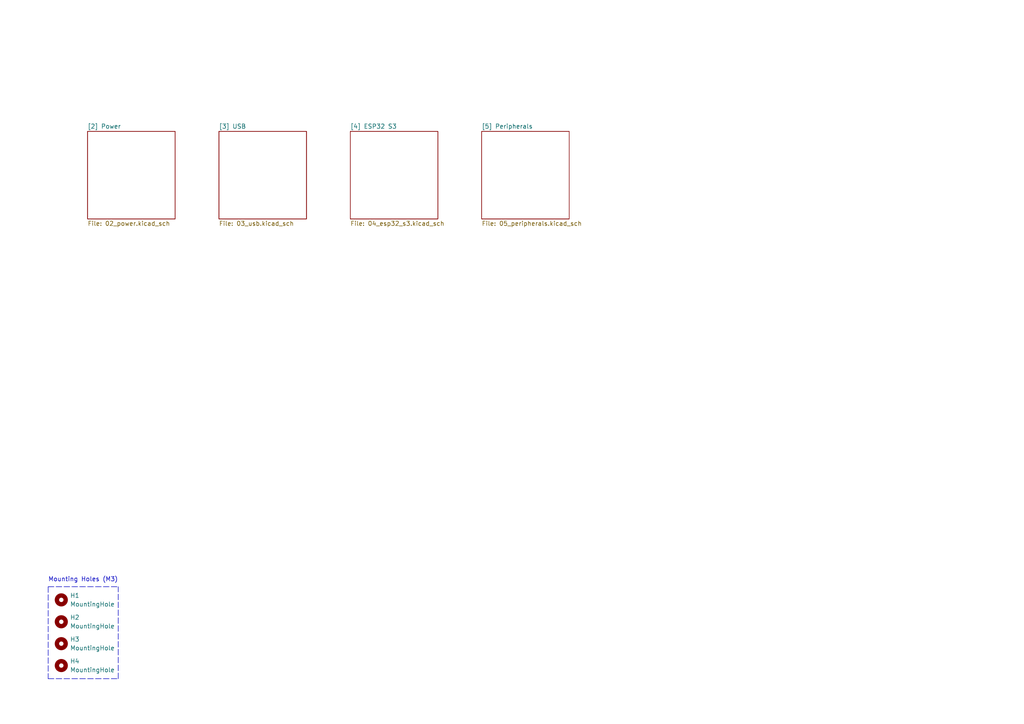
<source format=kicad_sch>
(kicad_sch (version 20250114) (generator "eeschema") (generator_version "9.0")
  (paper "A4")
  (lib_symbols
    (symbol "Mechanical:MountingHole" (pin_names (offset 1.016))
      (property "Reference" "H" (at 0 5.08 0))
      (property "Value" "MountingHole" (at 0 3.175 0))
      (symbol "MountingHole_0_1"
        (circle (center 0 0) (radius 1.27) (stroke (width 1.27)))
      )
    )
  )
  (text "Mounting Holes (M3)" (at 13.97 168.91 0) (effects (font (size 1.27 1.27)) (justify left bottom)))
  (polyline (pts (xy 13.97 170.18) (xy 34.29 170.18)) (stroke (width 0) (type dash)))
  (polyline (pts (xy 34.29 196.85) (xy 34.29 170.18)) (stroke (width 0) (type dash)))
  (polyline (pts (xy 13.97 170.18) (xy 13.97 196.85)) (stroke (width 0) (type dash)))
  (polyline (pts (xy 13.97 196.85) (xy 34.29 196.85)) (stroke (width 0) (type dash)))
  (symbol (lib_id "Mechanical:MountingHole") (at 17.78 173.99 0) (unit 1)
    (property "Reference" "H1" (at 20.32 172.7199 0) (effects (justify left)))
    (property "Value" "MountingHole" (at 20.32 175.2599 0) (effects (justify left)))
    (property "Footprint" "MountingHole:MountingHole_3.2mm_M3" (effects (hide yes)))
  )
  (symbol (lib_id "Mechanical:MountingHole") (at 17.78 193.04 0) (unit 1)
    (property "Reference" "H4" (at 20.32 191.7699 0) (effects (justify left)))
    (property "Value" "MountingHole" (at 20.32 194.3099 0) (effects (justify left)))
    (property "Footprint" "MountingHole:MountingHole_3.2mm_M3" (effects (hide yes)))
  )
  (symbol (lib_id "Mechanical:MountingHole") (at 17.78 186.69 0) (unit 1)
    (property "Reference" "H3" (at 20.32 185.4199 0) (effects (justify left)))
    (property "Value" "MountingHole" (at 20.32 187.9599 0) (effects (justify left)))
    (property "Footprint" "MountingHole:MountingHole_3.2mm_M3" (effects (hide yes)))
  )
  (symbol (lib_id "Mechanical:MountingHole") (at 17.78 180.34 0) (unit 1)
    (property "Reference" "H2" (at 20.32 179.0699 0) (effects (justify left)))
    (property "Value" "MountingHole" (at 20.32 181.6099 0) (effects (justify left)))
    (property "Footprint" "MountingHole:MountingHole_3.2mm_M3" (effects (hide yes)))
  )
  (sheet (at 63.5 38.1) (size 25.4 25.4) (stroke (width 0.1524))
    (property "Sheetname" "[3] USB" (at 63.5 37.3884 0) (effects (justify left bottom)))
    (property "Sheetfile" "03_usb.kicad_sch" (at 63.5 64.0846 0) (effects (justify left top)))
  )
  (sheet (at 101.6 38.1) (size 25.4 25.4) (stroke (width 0.1524))
    (property "Sheetname" "[4] ESP32 S3" (at 101.6 37.3884 0) (effects (justify left bottom)))
    (property "Sheetfile" "04_esp32_s3.kicad_sch" (at 101.6 64.0846 0) (effects (justify left top)))
  )
  (sheet (at 25.4 38.1) (size 25.4 25.4) (stroke (width 0.1524))
    (property "Sheetname" "[2] Power" (at 25.4 37.3884 0) (effects (justify left bottom)))
    (property "Sheetfile" "02_power.kicad_sch" (at 25.4 64.0846 0) (effects (justify left top)))
  )
  (sheet (at 139.7 38.1) (size 25.4 25.4) (stroke (width 0.1524))
    (property "Sheetname" "[5] Peripherals" (at 139.7 37.3884 0) (effects (justify left bottom)))
    (property "Sheetfile" "05_peripherals.kicad_sch" (at 139.7 64.0846 0) (effects (justify left top)))
  )
)
</source>
